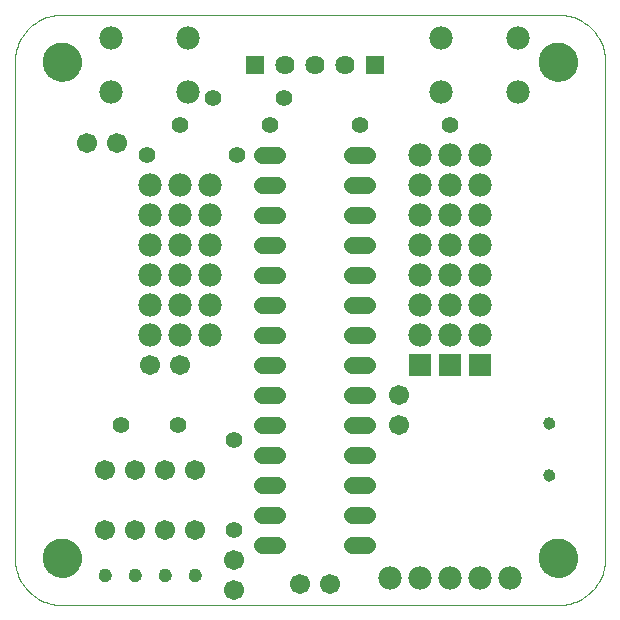
<source format=gts>
G75*
G70*
%OFA0B0*%
%FSLAX24Y24*%
%IPPOS*%
%LPD*%
%AMOC8*
5,1,8,0,0,1.08239X$1,22.5*
%
%ADD10C,0.0000*%
%ADD11C,0.0434*%
%ADD12C,0.0394*%
%ADD13C,0.0780*%
%ADD14R,0.0780X0.0780*%
%ADD15C,0.0670*%
%ADD16C,0.1300*%
%ADD17R,0.0640X0.0640*%
%ADD18C,0.0640*%
%ADD19C,0.0555*%
%ADD20C,0.0555*%
D10*
X004166Y003416D02*
X020701Y003416D01*
X020071Y004990D02*
X020073Y005040D01*
X020079Y005090D01*
X020089Y005139D01*
X020103Y005187D01*
X020120Y005234D01*
X020141Y005279D01*
X020166Y005323D01*
X020194Y005364D01*
X020226Y005403D01*
X020260Y005440D01*
X020297Y005474D01*
X020337Y005504D01*
X020379Y005531D01*
X020423Y005555D01*
X020469Y005576D01*
X020516Y005592D01*
X020564Y005605D01*
X020614Y005614D01*
X020663Y005619D01*
X020714Y005620D01*
X020764Y005617D01*
X020813Y005610D01*
X020862Y005599D01*
X020910Y005584D01*
X020956Y005566D01*
X021001Y005544D01*
X021044Y005518D01*
X021085Y005489D01*
X021124Y005457D01*
X021160Y005422D01*
X021192Y005384D01*
X021222Y005344D01*
X021249Y005301D01*
X021272Y005257D01*
X021291Y005211D01*
X021307Y005163D01*
X021319Y005114D01*
X021327Y005065D01*
X021331Y005015D01*
X021331Y004965D01*
X021327Y004915D01*
X021319Y004866D01*
X021307Y004817D01*
X021291Y004769D01*
X021272Y004723D01*
X021249Y004679D01*
X021222Y004636D01*
X021192Y004596D01*
X021160Y004558D01*
X021124Y004523D01*
X021085Y004491D01*
X021044Y004462D01*
X021001Y004436D01*
X020956Y004414D01*
X020910Y004396D01*
X020862Y004381D01*
X020813Y004370D01*
X020764Y004363D01*
X020714Y004360D01*
X020663Y004361D01*
X020614Y004366D01*
X020564Y004375D01*
X020516Y004388D01*
X020469Y004404D01*
X020423Y004425D01*
X020379Y004449D01*
X020337Y004476D01*
X020297Y004506D01*
X020260Y004540D01*
X020226Y004577D01*
X020194Y004616D01*
X020166Y004657D01*
X020141Y004701D01*
X020120Y004746D01*
X020103Y004793D01*
X020089Y004841D01*
X020079Y004890D01*
X020073Y004940D01*
X020071Y004990D01*
X020701Y003415D02*
X020778Y003417D01*
X020855Y003423D01*
X020932Y003432D01*
X021008Y003445D01*
X021084Y003462D01*
X021158Y003483D01*
X021232Y003507D01*
X021304Y003535D01*
X021374Y003566D01*
X021443Y003601D01*
X021511Y003639D01*
X021576Y003680D01*
X021639Y003725D01*
X021700Y003773D01*
X021759Y003823D01*
X021815Y003876D01*
X021868Y003932D01*
X021918Y003991D01*
X021966Y004052D01*
X022011Y004115D01*
X022052Y004180D01*
X022090Y004248D01*
X022125Y004317D01*
X022156Y004387D01*
X022184Y004459D01*
X022208Y004533D01*
X022229Y004607D01*
X022246Y004683D01*
X022259Y004759D01*
X022268Y004836D01*
X022274Y004913D01*
X022276Y004990D01*
X022276Y021526D01*
X020071Y021526D02*
X020073Y021576D01*
X020079Y021626D01*
X020089Y021675D01*
X020103Y021723D01*
X020120Y021770D01*
X020141Y021815D01*
X020166Y021859D01*
X020194Y021900D01*
X020226Y021939D01*
X020260Y021976D01*
X020297Y022010D01*
X020337Y022040D01*
X020379Y022067D01*
X020423Y022091D01*
X020469Y022112D01*
X020516Y022128D01*
X020564Y022141D01*
X020614Y022150D01*
X020663Y022155D01*
X020714Y022156D01*
X020764Y022153D01*
X020813Y022146D01*
X020862Y022135D01*
X020910Y022120D01*
X020956Y022102D01*
X021001Y022080D01*
X021044Y022054D01*
X021085Y022025D01*
X021124Y021993D01*
X021160Y021958D01*
X021192Y021920D01*
X021222Y021880D01*
X021249Y021837D01*
X021272Y021793D01*
X021291Y021747D01*
X021307Y021699D01*
X021319Y021650D01*
X021327Y021601D01*
X021331Y021551D01*
X021331Y021501D01*
X021327Y021451D01*
X021319Y021402D01*
X021307Y021353D01*
X021291Y021305D01*
X021272Y021259D01*
X021249Y021215D01*
X021222Y021172D01*
X021192Y021132D01*
X021160Y021094D01*
X021124Y021059D01*
X021085Y021027D01*
X021044Y020998D01*
X021001Y020972D01*
X020956Y020950D01*
X020910Y020932D01*
X020862Y020917D01*
X020813Y020906D01*
X020764Y020899D01*
X020714Y020896D01*
X020663Y020897D01*
X020614Y020902D01*
X020564Y020911D01*
X020516Y020924D01*
X020469Y020940D01*
X020423Y020961D01*
X020379Y020985D01*
X020337Y021012D01*
X020297Y021042D01*
X020260Y021076D01*
X020226Y021113D01*
X020194Y021152D01*
X020166Y021193D01*
X020141Y021237D01*
X020120Y021282D01*
X020103Y021329D01*
X020089Y021377D01*
X020079Y021426D01*
X020073Y021476D01*
X020071Y021526D01*
X020701Y023101D02*
X020778Y023099D01*
X020855Y023093D01*
X020932Y023084D01*
X021008Y023071D01*
X021084Y023054D01*
X021158Y023033D01*
X021232Y023009D01*
X021304Y022981D01*
X021374Y022950D01*
X021443Y022915D01*
X021511Y022877D01*
X021576Y022836D01*
X021639Y022791D01*
X021700Y022743D01*
X021759Y022693D01*
X021815Y022640D01*
X021868Y022584D01*
X021918Y022525D01*
X021966Y022464D01*
X022011Y022401D01*
X022052Y022336D01*
X022090Y022268D01*
X022125Y022199D01*
X022156Y022129D01*
X022184Y022057D01*
X022208Y021983D01*
X022229Y021909D01*
X022246Y021833D01*
X022259Y021757D01*
X022268Y021680D01*
X022274Y021603D01*
X022276Y021526D01*
X020701Y023101D02*
X004166Y023101D01*
X003536Y021526D02*
X003538Y021576D01*
X003544Y021626D01*
X003554Y021675D01*
X003568Y021723D01*
X003585Y021770D01*
X003606Y021815D01*
X003631Y021859D01*
X003659Y021900D01*
X003691Y021939D01*
X003725Y021976D01*
X003762Y022010D01*
X003802Y022040D01*
X003844Y022067D01*
X003888Y022091D01*
X003934Y022112D01*
X003981Y022128D01*
X004029Y022141D01*
X004079Y022150D01*
X004128Y022155D01*
X004179Y022156D01*
X004229Y022153D01*
X004278Y022146D01*
X004327Y022135D01*
X004375Y022120D01*
X004421Y022102D01*
X004466Y022080D01*
X004509Y022054D01*
X004550Y022025D01*
X004589Y021993D01*
X004625Y021958D01*
X004657Y021920D01*
X004687Y021880D01*
X004714Y021837D01*
X004737Y021793D01*
X004756Y021747D01*
X004772Y021699D01*
X004784Y021650D01*
X004792Y021601D01*
X004796Y021551D01*
X004796Y021501D01*
X004792Y021451D01*
X004784Y021402D01*
X004772Y021353D01*
X004756Y021305D01*
X004737Y021259D01*
X004714Y021215D01*
X004687Y021172D01*
X004657Y021132D01*
X004625Y021094D01*
X004589Y021059D01*
X004550Y021027D01*
X004509Y020998D01*
X004466Y020972D01*
X004421Y020950D01*
X004375Y020932D01*
X004327Y020917D01*
X004278Y020906D01*
X004229Y020899D01*
X004179Y020896D01*
X004128Y020897D01*
X004079Y020902D01*
X004029Y020911D01*
X003981Y020924D01*
X003934Y020940D01*
X003888Y020961D01*
X003844Y020985D01*
X003802Y021012D01*
X003762Y021042D01*
X003725Y021076D01*
X003691Y021113D01*
X003659Y021152D01*
X003631Y021193D01*
X003606Y021237D01*
X003585Y021282D01*
X003568Y021329D01*
X003554Y021377D01*
X003544Y021426D01*
X003538Y021476D01*
X003536Y021526D01*
X002591Y021526D02*
X002593Y021603D01*
X002599Y021680D01*
X002608Y021757D01*
X002621Y021833D01*
X002638Y021909D01*
X002659Y021983D01*
X002683Y022057D01*
X002711Y022129D01*
X002742Y022199D01*
X002777Y022268D01*
X002815Y022336D01*
X002856Y022401D01*
X002901Y022464D01*
X002949Y022525D01*
X002999Y022584D01*
X003052Y022640D01*
X003108Y022693D01*
X003167Y022743D01*
X003228Y022791D01*
X003291Y022836D01*
X003356Y022877D01*
X003424Y022915D01*
X003493Y022950D01*
X003563Y022981D01*
X003635Y023009D01*
X003709Y023033D01*
X003783Y023054D01*
X003859Y023071D01*
X003935Y023084D01*
X004012Y023093D01*
X004089Y023099D01*
X004166Y023101D01*
X002591Y021526D02*
X002591Y004990D01*
X003536Y004990D02*
X003538Y005040D01*
X003544Y005090D01*
X003554Y005139D01*
X003568Y005187D01*
X003585Y005234D01*
X003606Y005279D01*
X003631Y005323D01*
X003659Y005364D01*
X003691Y005403D01*
X003725Y005440D01*
X003762Y005474D01*
X003802Y005504D01*
X003844Y005531D01*
X003888Y005555D01*
X003934Y005576D01*
X003981Y005592D01*
X004029Y005605D01*
X004079Y005614D01*
X004128Y005619D01*
X004179Y005620D01*
X004229Y005617D01*
X004278Y005610D01*
X004327Y005599D01*
X004375Y005584D01*
X004421Y005566D01*
X004466Y005544D01*
X004509Y005518D01*
X004550Y005489D01*
X004589Y005457D01*
X004625Y005422D01*
X004657Y005384D01*
X004687Y005344D01*
X004714Y005301D01*
X004737Y005257D01*
X004756Y005211D01*
X004772Y005163D01*
X004784Y005114D01*
X004792Y005065D01*
X004796Y005015D01*
X004796Y004965D01*
X004792Y004915D01*
X004784Y004866D01*
X004772Y004817D01*
X004756Y004769D01*
X004737Y004723D01*
X004714Y004679D01*
X004687Y004636D01*
X004657Y004596D01*
X004625Y004558D01*
X004589Y004523D01*
X004550Y004491D01*
X004509Y004462D01*
X004466Y004436D01*
X004421Y004414D01*
X004375Y004396D01*
X004327Y004381D01*
X004278Y004370D01*
X004229Y004363D01*
X004179Y004360D01*
X004128Y004361D01*
X004079Y004366D01*
X004029Y004375D01*
X003981Y004388D01*
X003934Y004404D01*
X003888Y004425D01*
X003844Y004449D01*
X003802Y004476D01*
X003762Y004506D01*
X003725Y004540D01*
X003691Y004577D01*
X003659Y004616D01*
X003631Y004657D01*
X003606Y004701D01*
X003585Y004746D01*
X003568Y004793D01*
X003554Y004841D01*
X003544Y004890D01*
X003538Y004940D01*
X003536Y004990D01*
X002591Y004990D02*
X002593Y004913D01*
X002599Y004836D01*
X002608Y004759D01*
X002621Y004683D01*
X002638Y004607D01*
X002659Y004533D01*
X002683Y004459D01*
X002711Y004387D01*
X002742Y004317D01*
X002777Y004248D01*
X002815Y004180D01*
X002856Y004115D01*
X002901Y004052D01*
X002949Y003991D01*
X002999Y003932D01*
X003052Y003876D01*
X003108Y003823D01*
X003167Y003773D01*
X003228Y003725D01*
X003291Y003680D01*
X003356Y003639D01*
X003424Y003601D01*
X003493Y003566D01*
X003563Y003535D01*
X003635Y003507D01*
X003709Y003483D01*
X003783Y003462D01*
X003859Y003445D01*
X003935Y003432D01*
X004012Y003423D01*
X004089Y003417D01*
X004166Y003415D01*
X005394Y004416D02*
X005396Y004443D01*
X005402Y004470D01*
X005411Y004496D01*
X005424Y004520D01*
X005440Y004543D01*
X005459Y004562D01*
X005481Y004579D01*
X005505Y004593D01*
X005530Y004603D01*
X005557Y004610D01*
X005584Y004613D01*
X005612Y004612D01*
X005639Y004607D01*
X005665Y004599D01*
X005689Y004587D01*
X005712Y004571D01*
X005733Y004553D01*
X005750Y004532D01*
X005765Y004508D01*
X005776Y004483D01*
X005784Y004457D01*
X005788Y004430D01*
X005788Y004402D01*
X005784Y004375D01*
X005776Y004349D01*
X005765Y004324D01*
X005750Y004300D01*
X005733Y004279D01*
X005712Y004261D01*
X005690Y004245D01*
X005665Y004233D01*
X005639Y004225D01*
X005612Y004220D01*
X005584Y004219D01*
X005557Y004222D01*
X005530Y004229D01*
X005505Y004239D01*
X005481Y004253D01*
X005459Y004270D01*
X005440Y004289D01*
X005424Y004312D01*
X005411Y004336D01*
X005402Y004362D01*
X005396Y004389D01*
X005394Y004416D01*
X006394Y004416D02*
X006396Y004443D01*
X006402Y004470D01*
X006411Y004496D01*
X006424Y004520D01*
X006440Y004543D01*
X006459Y004562D01*
X006481Y004579D01*
X006505Y004593D01*
X006530Y004603D01*
X006557Y004610D01*
X006584Y004613D01*
X006612Y004612D01*
X006639Y004607D01*
X006665Y004599D01*
X006689Y004587D01*
X006712Y004571D01*
X006733Y004553D01*
X006750Y004532D01*
X006765Y004508D01*
X006776Y004483D01*
X006784Y004457D01*
X006788Y004430D01*
X006788Y004402D01*
X006784Y004375D01*
X006776Y004349D01*
X006765Y004324D01*
X006750Y004300D01*
X006733Y004279D01*
X006712Y004261D01*
X006690Y004245D01*
X006665Y004233D01*
X006639Y004225D01*
X006612Y004220D01*
X006584Y004219D01*
X006557Y004222D01*
X006530Y004229D01*
X006505Y004239D01*
X006481Y004253D01*
X006459Y004270D01*
X006440Y004289D01*
X006424Y004312D01*
X006411Y004336D01*
X006402Y004362D01*
X006396Y004389D01*
X006394Y004416D01*
X007394Y004416D02*
X007396Y004443D01*
X007402Y004470D01*
X007411Y004496D01*
X007424Y004520D01*
X007440Y004543D01*
X007459Y004562D01*
X007481Y004579D01*
X007505Y004593D01*
X007530Y004603D01*
X007557Y004610D01*
X007584Y004613D01*
X007612Y004612D01*
X007639Y004607D01*
X007665Y004599D01*
X007689Y004587D01*
X007712Y004571D01*
X007733Y004553D01*
X007750Y004532D01*
X007765Y004508D01*
X007776Y004483D01*
X007784Y004457D01*
X007788Y004430D01*
X007788Y004402D01*
X007784Y004375D01*
X007776Y004349D01*
X007765Y004324D01*
X007750Y004300D01*
X007733Y004279D01*
X007712Y004261D01*
X007690Y004245D01*
X007665Y004233D01*
X007639Y004225D01*
X007612Y004220D01*
X007584Y004219D01*
X007557Y004222D01*
X007530Y004229D01*
X007505Y004239D01*
X007481Y004253D01*
X007459Y004270D01*
X007440Y004289D01*
X007424Y004312D01*
X007411Y004336D01*
X007402Y004362D01*
X007396Y004389D01*
X007394Y004416D01*
X008394Y004416D02*
X008396Y004443D01*
X008402Y004470D01*
X008411Y004496D01*
X008424Y004520D01*
X008440Y004543D01*
X008459Y004562D01*
X008481Y004579D01*
X008505Y004593D01*
X008530Y004603D01*
X008557Y004610D01*
X008584Y004613D01*
X008612Y004612D01*
X008639Y004607D01*
X008665Y004599D01*
X008689Y004587D01*
X008712Y004571D01*
X008733Y004553D01*
X008750Y004532D01*
X008765Y004508D01*
X008776Y004483D01*
X008784Y004457D01*
X008788Y004430D01*
X008788Y004402D01*
X008784Y004375D01*
X008776Y004349D01*
X008765Y004324D01*
X008750Y004300D01*
X008733Y004279D01*
X008712Y004261D01*
X008690Y004245D01*
X008665Y004233D01*
X008639Y004225D01*
X008612Y004220D01*
X008584Y004219D01*
X008557Y004222D01*
X008530Y004229D01*
X008505Y004239D01*
X008481Y004253D01*
X008459Y004270D01*
X008440Y004289D01*
X008424Y004312D01*
X008411Y004336D01*
X008402Y004362D01*
X008396Y004389D01*
X008394Y004416D01*
X020214Y007749D02*
X020216Y007775D01*
X020222Y007801D01*
X020232Y007826D01*
X020245Y007849D01*
X020261Y007869D01*
X020281Y007887D01*
X020303Y007902D01*
X020326Y007914D01*
X020352Y007922D01*
X020378Y007926D01*
X020404Y007926D01*
X020430Y007922D01*
X020456Y007914D01*
X020480Y007902D01*
X020501Y007887D01*
X020521Y007869D01*
X020537Y007849D01*
X020550Y007826D01*
X020560Y007801D01*
X020566Y007775D01*
X020568Y007749D01*
X020566Y007723D01*
X020560Y007697D01*
X020550Y007672D01*
X020537Y007649D01*
X020521Y007629D01*
X020501Y007611D01*
X020479Y007596D01*
X020456Y007584D01*
X020430Y007576D01*
X020404Y007572D01*
X020378Y007572D01*
X020352Y007576D01*
X020326Y007584D01*
X020302Y007596D01*
X020281Y007611D01*
X020261Y007629D01*
X020245Y007649D01*
X020232Y007672D01*
X020222Y007697D01*
X020216Y007723D01*
X020214Y007749D01*
X020214Y009482D02*
X020216Y009508D01*
X020222Y009534D01*
X020232Y009559D01*
X020245Y009582D01*
X020261Y009602D01*
X020281Y009620D01*
X020303Y009635D01*
X020326Y009647D01*
X020352Y009655D01*
X020378Y009659D01*
X020404Y009659D01*
X020430Y009655D01*
X020456Y009647D01*
X020480Y009635D01*
X020501Y009620D01*
X020521Y009602D01*
X020537Y009582D01*
X020550Y009559D01*
X020560Y009534D01*
X020566Y009508D01*
X020568Y009482D01*
X020566Y009456D01*
X020560Y009430D01*
X020550Y009405D01*
X020537Y009382D01*
X020521Y009362D01*
X020501Y009344D01*
X020479Y009329D01*
X020456Y009317D01*
X020430Y009309D01*
X020404Y009305D01*
X020378Y009305D01*
X020352Y009309D01*
X020326Y009317D01*
X020302Y009329D01*
X020281Y009344D01*
X020261Y009362D01*
X020245Y009382D01*
X020232Y009405D01*
X020222Y009430D01*
X020216Y009456D01*
X020214Y009482D01*
D11*
X008591Y004416D03*
X007591Y004416D03*
X006591Y004416D03*
X005591Y004416D03*
D12*
X020391Y007749D03*
X020391Y009482D03*
D13*
X018091Y012416D03*
X018091Y013416D03*
X018091Y014416D03*
X018091Y015416D03*
X018091Y016416D03*
X018091Y017416D03*
X018091Y018416D03*
X017091Y018416D03*
X016091Y018416D03*
X016091Y017416D03*
X017091Y017416D03*
X017091Y016416D03*
X017091Y015416D03*
X016091Y015416D03*
X016091Y016416D03*
X016091Y014416D03*
X017091Y014416D03*
X017091Y013416D03*
X016091Y013416D03*
X016091Y012416D03*
X017091Y012416D03*
X016811Y020526D03*
X016811Y022306D03*
X019371Y022306D03*
X019371Y020526D03*
X009091Y017416D03*
X008091Y017416D03*
X007091Y017416D03*
X007091Y016416D03*
X007091Y015416D03*
X008091Y015416D03*
X008091Y016416D03*
X009091Y016416D03*
X009091Y015416D03*
X009091Y014416D03*
X008091Y014416D03*
X007091Y014416D03*
X007091Y013416D03*
X008091Y013416D03*
X009091Y013416D03*
X009091Y012416D03*
X008091Y012416D03*
X007091Y012416D03*
X008371Y020526D03*
X008371Y022306D03*
X005811Y022306D03*
X005811Y020526D03*
X015091Y004316D03*
X016091Y004316D03*
X017091Y004316D03*
X018091Y004316D03*
X019091Y004316D03*
D14*
X018091Y011416D03*
X017091Y011416D03*
X016091Y011416D03*
D15*
X015391Y010416D03*
X015391Y009416D03*
X013091Y004116D03*
X012091Y004116D03*
X009891Y003916D03*
X009891Y004916D03*
X008591Y005916D03*
X007591Y005916D03*
X006591Y005916D03*
X005591Y005916D03*
X005591Y007916D03*
X006591Y007916D03*
X007591Y007916D03*
X008591Y007916D03*
X008091Y011416D03*
X007091Y011416D03*
X005991Y018816D03*
X004991Y018816D03*
D16*
X004166Y021526D03*
X004166Y004990D03*
X020701Y004990D03*
X020701Y021526D03*
D17*
X014591Y021416D03*
X010591Y021416D03*
D18*
X011591Y021416D03*
X012591Y021416D03*
X013591Y021416D03*
D19*
X013833Y018416D02*
X014348Y018416D01*
X014348Y017416D02*
X013833Y017416D01*
X013833Y016416D02*
X014348Y016416D01*
X014348Y015416D02*
X013833Y015416D01*
X013833Y014416D02*
X014348Y014416D01*
X014348Y013416D02*
X013833Y013416D01*
X013833Y012416D02*
X014348Y012416D01*
X014348Y011416D02*
X013833Y011416D01*
X013833Y010416D02*
X014348Y010416D01*
X014348Y009416D02*
X013833Y009416D01*
X013833Y008416D02*
X014348Y008416D01*
X014348Y007416D02*
X013833Y007416D01*
X013833Y006416D02*
X014348Y006416D01*
X014348Y005416D02*
X013833Y005416D01*
X011348Y005416D02*
X010833Y005416D01*
X010833Y006416D02*
X011348Y006416D01*
X011348Y007416D02*
X010833Y007416D01*
X010833Y008416D02*
X011348Y008416D01*
X011348Y009416D02*
X010833Y009416D01*
X010833Y010416D02*
X011348Y010416D01*
X011348Y011416D02*
X010833Y011416D01*
X010833Y012416D02*
X011348Y012416D01*
X011348Y013416D02*
X010833Y013416D01*
X010833Y014416D02*
X011348Y014416D01*
X011348Y015416D02*
X010833Y015416D01*
X010833Y016416D02*
X011348Y016416D01*
X011348Y017416D02*
X010833Y017416D01*
X010833Y018416D02*
X011348Y018416D01*
D20*
X011091Y019416D03*
X011572Y020316D03*
X009991Y018416D03*
X009210Y020316D03*
X008091Y019416D03*
X006991Y018416D03*
X014091Y019416D03*
X017091Y019416D03*
X008041Y009416D03*
X009891Y008916D03*
X009891Y005916D03*
X006141Y009416D03*
M02*

</source>
